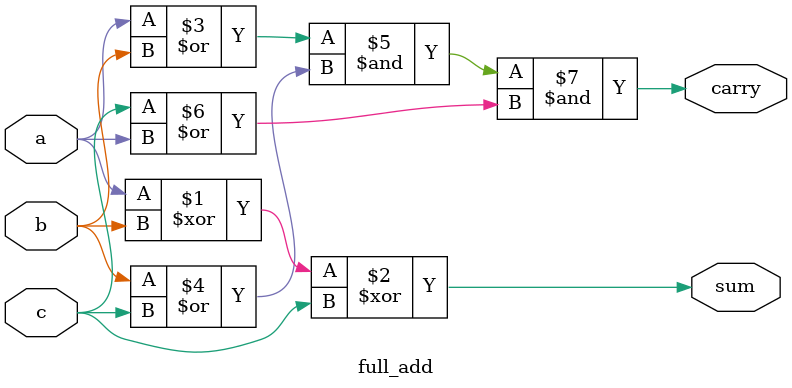
<source format=v>
`timescale 1ns / 1ps


module full_add(input a,b,c, output sum,carry );
assign sum=a^b^c;
assign carry=(a|b) & (b|c) & (c|a);
endmodule

</source>
